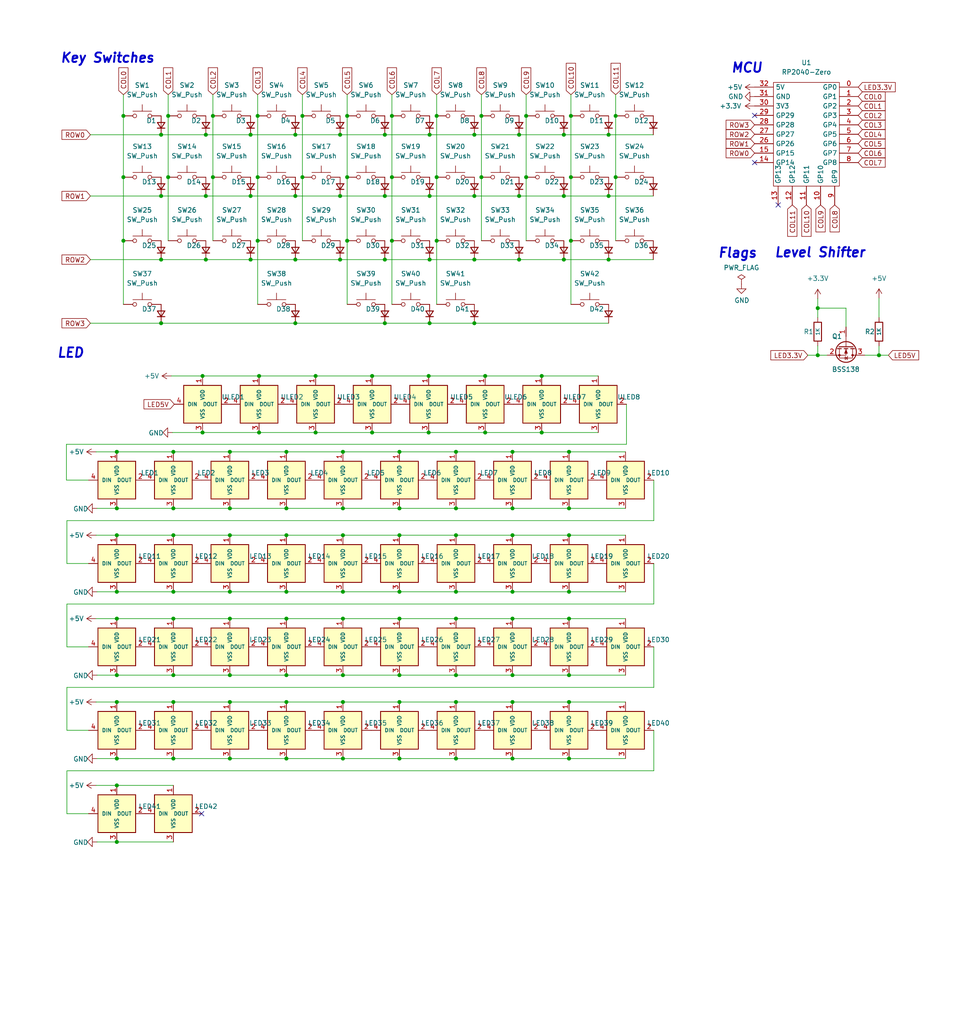
<source format=kicad_sch>
(kicad_sch (version 20230121) (generator eeschema)
  (paper "User" 260.985 275.996)
  (junction (at 43.434 52.832))
  (junction (at 146.05 101.346))
  (junction (at 67.564 52.832))
  (junction (at 122.936 181.991))
  (junction (at 92.456 166.751))
  (junction (at 69.85 101.346))
  (junction (at 115.824 69.977))
  (junction (at 115.57 116.586))
  (junction (at 122.936 189.23))
  (junction (at 138.176 159.512))
  (junction (at 103.759 52.832))
  (junction (at 138.176 144.272))
  (junction (at 77.216 166.751))
  (junction (at 61.976 144.272))
  (junction (at 138.176 189.23))
  (junction (at 92.456 189.23))
  (junction (at 141.859 47.752))
  (junction (at 105.664 64.897))
  (junction (at 115.57 101.346))
  (junction (at 77.216 181.991))
  (junction (at 127.889 36.322))
  (junction (at 79.629 36.322))
  (junction (at 130.81 116.586))
  (junction (at 31.496 166.751))
  (junction (at 31.496 144.272))
  (junction (at 165.989 47.752))
  (junction (at 122.936 204.47))
  (junction (at 92.456 137.033))
  (junction (at 46.736 137.033))
  (junction (at 33.274 31.242))
  (junction (at 92.456 204.47))
  (junction (at 46.736 189.23))
  (junction (at 61.976 204.47))
  (junction (at 93.599 47.752))
  (junction (at 46.736 121.793))
  (junction (at 54.61 101.346))
  (junction (at 152.019 52.832))
  (junction (at 61.976 189.23))
  (junction (at 77.216 159.512))
  (junction (at 43.434 36.322))
  (junction (at 115.824 87.122))
  (junction (at 153.416 121.793))
  (junction (at 122.936 159.512))
  (junction (at 31.496 226.949))
  (junction (at 153.416 137.033))
  (junction (at 46.736 144.272))
  (junction (at 122.936 137.033))
  (junction (at 57.404 31.242))
  (junction (at 153.924 47.752))
  (junction (at 127.889 69.977))
  (junction (at 91.694 52.832))
  (junction (at 152.019 69.977))
  (junction (at 122.936 166.751))
  (junction (at 153.416 144.272))
  (junction (at 107.696 189.23))
  (junction (at 43.434 87.122))
  (junction (at 220.472 83.058))
  (junction (at 139.954 52.832))
  (junction (at 79.629 69.977))
  (junction (at 91.694 69.977))
  (junction (at 55.499 69.977))
  (junction (at 153.416 204.47))
  (junction (at 69.469 31.242))
  (junction (at 138.176 204.47))
  (junction (at 165.989 31.242))
  (junction (at 77.216 137.033))
  (junction (at 92.456 144.272))
  (junction (at 61.976 121.793))
  (junction (at 77.216 121.793))
  (junction (at 127.889 52.832))
  (junction (at 115.824 52.832))
  (junction (at 85.09 116.586))
  (junction (at 138.176 137.033))
  (junction (at 138.176 121.793))
  (junction (at 164.084 69.977))
  (junction (at 107.696 166.751))
  (junction (at 107.696 144.272))
  (junction (at 77.216 204.47))
  (junction (at 93.599 64.897))
  (junction (at 31.496 189.23))
  (junction (at 164.084 36.322))
  (junction (at 103.759 36.322))
  (junction (at 117.729 31.242))
  (junction (at 107.696 181.991))
  (junction (at 105.664 31.242))
  (junction (at 93.599 31.242))
  (junction (at 54.61 116.586))
  (junction (at 61.976 181.991))
  (junction (at 31.496 181.991))
  (junction (at 117.729 64.897))
  (junction (at 152.019 36.322))
  (junction (at 77.216 144.272))
  (junction (at 46.736 166.751))
  (junction (at 45.339 31.242))
  (junction (at 61.976 166.751))
  (junction (at 105.664 47.752))
  (junction (at 92.456 181.991))
  (junction (at 153.924 31.242))
  (junction (at 61.976 159.512))
  (junction (at 79.629 87.122))
  (junction (at 33.274 47.752))
  (junction (at 130.81 101.346))
  (junction (at 46.736 181.991))
  (junction (at 31.496 159.512))
  (junction (at 107.696 159.512))
  (junction (at 31.496 204.47))
  (junction (at 57.404 47.752))
  (junction (at 85.09 101.346))
  (junction (at 69.469 64.897))
  (junction (at 138.176 181.991))
  (junction (at 43.434 69.977))
  (junction (at 55.499 52.832))
  (junction (at 141.859 31.242))
  (junction (at 115.824 36.322))
  (junction (at 107.696 121.793))
  (junction (at 153.416 159.512))
  (junction (at 92.456 121.793))
  (junction (at 100.33 101.346))
  (junction (at 220.472 95.758))
  (junction (at 103.759 87.122))
  (junction (at 103.759 69.977))
  (junction (at 31.496 121.793))
  (junction (at 69.85 116.586))
  (junction (at 153.416 166.751))
  (junction (at 153.416 189.23))
  (junction (at 146.05 116.586))
  (junction (at 139.954 36.322))
  (junction (at 91.694 36.322))
  (junction (at 67.564 69.977))
  (junction (at 153.416 181.991))
  (junction (at 107.696 137.033))
  (junction (at 55.499 36.322))
  (junction (at 139.954 69.977))
  (junction (at 138.176 166.751))
  (junction (at 79.629 52.832))
  (junction (at 100.33 116.586))
  (junction (at 92.456 159.512))
  (junction (at 236.982 95.758))
  (junction (at 127.889 87.122))
  (junction (at 33.274 64.897))
  (junction (at 69.469 47.752))
  (junction (at 46.736 159.512))
  (junction (at 45.339 47.752))
  (junction (at 107.696 204.47))
  (junction (at 164.084 52.832))
  (junction (at 61.976 137.033))
  (junction (at 31.496 211.709))
  (junction (at 77.216 189.23))
  (junction (at 122.936 144.272))
  (junction (at 122.936 121.793))
  (junction (at 153.924 64.897))
  (junction (at 81.534 31.242))
  (junction (at 46.736 204.47))
  (junction (at 81.534 47.752))
  (junction (at 31.496 137.033))
  (junction (at 129.794 31.242))
  (junction (at 67.564 36.322))
  (junction (at 117.729 47.752))
  (junction (at 129.794 47.752))
  (no_connect (at 54.356 219.329))
  (no_connect (at 203.454 43.815))
  (no_connect (at 203.454 31.115))
  (no_connect (at 209.804 55.245))
  (wire (pts (xy 129.794 47.752) (xy 129.794 64.897)))
  (wire (pts (xy 153.416 121.793) (xy 168.656 121.793)))
  (wire (pts (xy 141.859 31.242) (xy 141.859 47.752)))
  (wire (pts (xy 43.434 36.322) (xy 55.499 36.322)))
  (wire (pts (xy 31.496 144.272) (xy 46.736 144.272)))
  (wire (pts (xy 31.496 181.991) (xy 46.736 181.991)))
  (wire (pts (xy 220.472 95.758) (xy 223.012 95.758)))
  (wire (pts (xy 228.092 83.058) (xy 228.092 88.138)))
  (wire (pts (xy 153.416 189.23) (xy 168.656 189.23)))
  (wire (pts (xy 92.456 166.751) (xy 107.696 166.751)))
  (wire (pts (xy 105.664 47.752) (xy 105.664 64.897)))
  (wire (pts (xy 55.499 52.832) (xy 67.564 52.832)))
  (wire (pts (xy 153.416 181.991) (xy 168.656 181.991)))
  (wire (pts (xy 153.416 159.512) (xy 168.656 159.512)))
  (wire (pts (xy 46.228 101.346) (xy 54.61 101.346)))
  (wire (pts (xy 107.696 181.991) (xy 122.936 181.991)))
  (wire (pts (xy 93.599 25.527) (xy 93.599 31.242)))
  (wire (pts (xy 79.629 87.122) (xy 103.759 87.122)))
  (wire (pts (xy 57.404 25.527) (xy 57.404 31.242)))
  (wire (pts (xy 176.276 174.371) (xy 176.276 185.293)))
  (wire (pts (xy 139.954 52.832) (xy 152.019 52.832)))
  (wire (pts (xy 18.034 174.371) (xy 23.876 174.371)))
  (wire (pts (xy 31.496 159.512) (xy 46.736 159.512)))
  (wire (pts (xy 26.162 181.991) (xy 31.496 181.991)))
  (wire (pts (xy 46.736 144.272) (xy 61.976 144.272)))
  (wire (pts (xy 92.456 144.272) (xy 107.696 144.272)))
  (wire (pts (xy 115.824 87.122) (xy 127.889 87.122)))
  (wire (pts (xy 107.696 159.512) (xy 122.936 159.512)))
  (wire (pts (xy 24.384 52.832) (xy 43.434 52.832)))
  (wire (pts (xy 85.09 116.586) (xy 100.33 116.586)))
  (wire (pts (xy 46.482 116.586) (xy 54.61 116.586)))
  (wire (pts (xy 67.564 36.322) (xy 79.629 36.322)))
  (wire (pts (xy 122.936 204.47) (xy 138.176 204.47)))
  (wire (pts (xy 107.696 144.272) (xy 122.936 144.272)))
  (wire (pts (xy 130.81 116.586) (xy 146.05 116.586)))
  (wire (pts (xy 55.499 36.322) (xy 67.564 36.322)))
  (wire (pts (xy 24.384 87.122) (xy 43.434 87.122)))
  (wire (pts (xy 18.034 196.85) (xy 23.876 196.85)))
  (wire (pts (xy 107.696 166.751) (xy 122.936 166.751)))
  (wire (pts (xy 117.729 47.752) (xy 117.729 64.897)))
  (wire (pts (xy 33.274 47.752) (xy 33.274 64.897)))
  (wire (pts (xy 69.85 116.586) (xy 85.09 116.586)))
  (wire (pts (xy 115.824 36.322) (xy 127.889 36.322)))
  (wire (pts (xy 100.33 101.346) (xy 115.57 101.346)))
  (wire (pts (xy 122.936 166.751) (xy 138.176 166.751)))
  (wire (pts (xy 25.908 211.709) (xy 31.496 211.709)))
  (wire (pts (xy 26.162 204.47) (xy 31.496 204.47)))
  (wire (pts (xy 46.736 166.751) (xy 61.976 166.751)))
  (wire (pts (xy 220.472 93.218) (xy 220.472 95.758)))
  (wire (pts (xy 176.276 162.814) (xy 18.034 162.814)))
  (wire (pts (xy 31.496 166.751) (xy 46.736 166.751)))
  (wire (pts (xy 17.907 119.761) (xy 17.907 129.413)))
  (wire (pts (xy 176.276 196.85) (xy 176.276 207.772)))
  (wire (pts (xy 79.629 52.832) (xy 91.694 52.832)))
  (wire (pts (xy 31.496 204.47) (xy 46.736 204.47)))
  (wire (pts (xy 77.216 189.23) (xy 92.456 189.23)))
  (wire (pts (xy 103.759 36.322) (xy 115.824 36.322)))
  (wire (pts (xy 69.469 47.752) (xy 69.469 64.897)))
  (wire (pts (xy 81.534 31.242) (xy 81.534 47.752)))
  (wire (pts (xy 18.034 219.329) (xy 23.876 219.329)))
  (wire (pts (xy 176.276 140.335) (xy 18.034 140.335)))
  (wire (pts (xy 18.034 140.335) (xy 18.034 151.892)))
  (wire (pts (xy 77.216 204.47) (xy 92.456 204.47)))
  (wire (pts (xy 46.736 159.512) (xy 61.976 159.512)))
  (wire (pts (xy 127.889 52.832) (xy 139.954 52.832)))
  (wire (pts (xy 91.694 69.977) (xy 103.759 69.977)))
  (wire (pts (xy 18.034 196.85) (xy 18.034 185.293)))
  (wire (pts (xy 127.889 87.122) (xy 164.084 87.122)))
  (wire (pts (xy 130.81 101.346) (xy 146.05 101.346)))
  (wire (pts (xy 77.216 121.793) (xy 92.456 121.793)))
  (wire (pts (xy 91.694 52.832) (xy 103.759 52.832)))
  (wire (pts (xy 115.824 52.832) (xy 127.889 52.832)))
  (wire (pts (xy 18.034 174.371) (xy 18.034 162.814)))
  (wire (pts (xy 31.496 189.23) (xy 46.736 189.23)))
  (wire (pts (xy 122.936 181.991) (xy 138.176 181.991)))
  (wire (pts (xy 127.889 69.977) (xy 139.954 69.977)))
  (wire (pts (xy 67.564 69.977) (xy 79.629 69.977)))
  (wire (pts (xy 176.276 185.293) (xy 18.034 185.293)))
  (wire (pts (xy 139.954 36.322) (xy 152.019 36.322)))
  (wire (pts (xy 61.976 159.512) (xy 77.216 159.512)))
  (wire (pts (xy 141.859 25.527) (xy 141.859 31.242)))
  (wire (pts (xy 77.216 137.033) (xy 92.456 137.033)))
  (wire (pts (xy 233.172 95.758) (xy 236.982 95.758)))
  (wire (pts (xy 152.019 69.977) (xy 164.084 69.977)))
  (wire (pts (xy 153.924 25.527) (xy 153.924 31.242)))
  (wire (pts (xy 69.85 101.346) (xy 85.09 101.346)))
  (wire (pts (xy 77.216 166.751) (xy 92.456 166.751)))
  (wire (pts (xy 61.976 121.793) (xy 77.216 121.793)))
  (wire (pts (xy 61.976 137.033) (xy 77.216 137.033)))
  (wire (pts (xy 61.976 144.272) (xy 77.216 144.272)))
  (wire (pts (xy 176.276 129.413) (xy 176.276 140.335)))
  (wire (pts (xy 122.936 189.23) (xy 138.176 189.23)))
  (wire (pts (xy 105.664 64.897) (xy 105.664 82.042)))
  (wire (pts (xy 164.084 69.977) (xy 176.149 69.977)))
  (wire (pts (xy 33.274 25.527) (xy 33.274 31.242)))
  (wire (pts (xy 165.989 31.242) (xy 165.989 47.752)))
  (wire (pts (xy 138.176 121.793) (xy 153.416 121.793)))
  (wire (pts (xy 43.434 69.977) (xy 55.499 69.977)))
  (wire (pts (xy 91.694 36.322) (xy 103.759 36.322)))
  (wire (pts (xy 46.736 181.991) (xy 61.976 181.991)))
  (wire (pts (xy 176.276 207.772) (xy 18.034 207.772)))
  (wire (pts (xy 115.57 101.346) (xy 130.81 101.346)))
  (wire (pts (xy 43.434 52.832) (xy 55.499 52.832)))
  (wire (pts (xy 93.599 47.752) (xy 93.599 64.897)))
  (wire (pts (xy 33.274 31.242) (xy 33.274 47.752)))
  (wire (pts (xy 141.859 47.752) (xy 141.859 64.897)))
  (wire (pts (xy 92.456 159.512) (xy 107.696 159.512)))
  (wire (pts (xy 122.936 144.272) (xy 138.176 144.272)))
  (wire (pts (xy 176.276 151.892) (xy 176.276 162.814)))
  (wire (pts (xy 236.982 95.758) (xy 239.522 95.758)))
  (wire (pts (xy 122.936 137.033) (xy 138.176 137.033)))
  (wire (pts (xy 129.794 31.242) (xy 129.794 47.752)))
  (wire (pts (xy 138.176 137.033) (xy 153.416 137.033)))
  (wire (pts (xy 220.472 83.058) (xy 228.092 83.058)))
  (wire (pts (xy 153.416 137.033) (xy 168.656 137.033)))
  (wire (pts (xy 43.434 87.122) (xy 79.629 87.122)))
  (wire (pts (xy 127.889 36.322) (xy 139.954 36.322)))
  (wire (pts (xy 138.176 159.512) (xy 153.416 159.512)))
  (wire (pts (xy 61.976 166.751) (xy 77.216 166.751)))
  (wire (pts (xy 139.954 69.977) (xy 152.019 69.977)))
  (wire (pts (xy 100.33 116.586) (xy 115.57 116.586)))
  (wire (pts (xy 67.564 52.832) (xy 79.629 52.832)))
  (wire (pts (xy 31.496 211.709) (xy 46.736 211.709)))
  (wire (pts (xy 46.736 204.47) (xy 61.976 204.47)))
  (wire (pts (xy 18.034 219.329) (xy 18.034 207.772)))
  (wire (pts (xy 61.976 189.23) (xy 77.216 189.23)))
  (wire (pts (xy 220.472 85.598) (xy 220.472 83.058)))
  (wire (pts (xy 107.696 121.793) (xy 122.936 121.793)))
  (wire (pts (xy 46.736 137.033) (xy 61.976 137.033)))
  (wire (pts (xy 33.274 64.897) (xy 33.274 82.042)))
  (wire (pts (xy 220.472 80.518) (xy 220.472 83.058)))
  (wire (pts (xy 69.469 25.527) (xy 69.469 31.242)))
  (wire (pts (xy 79.629 69.977) (xy 91.694 69.977)))
  (wire (pts (xy 85.09 101.346) (xy 100.33 101.346)))
  (wire (pts (xy 24.384 69.977) (xy 43.434 69.977)))
  (wire (pts (xy 24.384 36.322) (xy 43.434 36.322)))
  (wire (pts (xy 77.216 181.991) (xy 92.456 181.991)))
  (wire (pts (xy 236.982 80.391) (xy 236.982 85.598)))
  (wire (pts (xy 93.599 64.897) (xy 93.599 82.042)))
  (wire (pts (xy 107.696 204.47) (xy 122.936 204.47)))
  (wire (pts (xy 153.924 47.752) (xy 153.924 64.897)))
  (wire (pts (xy 45.339 25.527) (xy 45.339 31.242)))
  (wire (pts (xy 45.339 31.242) (xy 45.339 47.752)))
  (wire (pts (xy 117.729 64.897) (xy 117.729 82.042)))
  (wire (pts (xy 92.456 121.793) (xy 107.696 121.793)))
  (wire (pts (xy 69.469 31.242) (xy 69.469 47.752)))
  (wire (pts (xy 103.759 87.122) (xy 115.824 87.122)))
  (wire (pts (xy 138.176 189.23) (xy 153.416 189.23)))
  (wire (pts (xy 69.469 64.897) (xy 69.469 82.042)))
  (wire (pts (xy 45.339 47.752) (xy 45.339 64.897)))
  (wire (pts (xy 117.729 31.242) (xy 117.729 47.752)))
  (wire (pts (xy 46.736 189.23) (xy 61.976 189.23)))
  (wire (pts (xy 152.019 36.322) (xy 164.084 36.322)))
  (wire (pts (xy 26.162 137.033) (xy 31.496 137.033)))
  (wire (pts (xy 217.805 95.758) (xy 220.472 95.758)))
  (wire (pts (xy 81.534 25.527) (xy 81.534 31.242)))
  (wire (pts (xy 103.759 52.832) (xy 115.824 52.832)))
  (wire (pts (xy 153.416 166.751) (xy 168.656 166.751)))
  (wire (pts (xy 107.696 189.23) (xy 122.936 189.23)))
  (wire (pts (xy 129.794 25.527) (xy 129.794 31.242)))
  (wire (pts (xy 77.216 144.272) (xy 92.456 144.272)))
  (wire (pts (xy 122.936 159.512) (xy 138.176 159.512)))
  (wire (pts (xy 146.05 101.346) (xy 161.29 101.346)))
  (wire (pts (xy 165.989 25.527) (xy 165.989 31.242)))
  (wire (pts (xy 25.908 189.23) (xy 31.496 189.23)))
  (wire (pts (xy 61.976 181.991) (xy 77.216 181.991)))
  (wire (pts (xy 164.084 52.832) (xy 176.149 52.832)))
  (wire (pts (xy 146.05 116.586) (xy 161.29 116.586)))
  (wire (pts (xy 81.534 47.752) (xy 81.534 64.897)))
  (wire (pts (xy 57.404 47.752) (xy 57.404 64.897)))
  (wire (pts (xy 236.982 93.218) (xy 236.982 95.758)))
  (wire (pts (xy 164.084 36.322) (xy 176.149 36.322)))
  (wire (pts (xy 92.456 189.23) (xy 107.696 189.23)))
  (wire (pts (xy 168.91 108.966) (xy 168.91 119.761)))
  (wire (pts (xy 25.908 144.272) (xy 31.496 144.272)))
  (wire (pts (xy 153.416 204.47) (xy 168.656 204.47)))
  (wire (pts (xy 153.416 144.272) (xy 168.656 144.272)))
  (wire (pts (xy 26.162 159.512) (xy 31.496 159.512)))
  (wire (pts (xy 77.216 159.512) (xy 92.456 159.512)))
  (wire (pts (xy 93.599 31.242) (xy 93.599 47.752)))
  (wire (pts (xy 79.629 36.322) (xy 91.694 36.322)))
  (wire (pts (xy 122.936 121.793) (xy 138.176 121.793)))
  (wire (pts (xy 55.499 69.977) (xy 67.564 69.977)))
  (wire (pts (xy 54.61 101.346) (xy 69.85 101.346)))
  (wire (pts (xy 25.908 121.793) (xy 31.496 121.793)))
  (wire (pts (xy 153.924 64.897) (xy 153.924 82.042)))
  (wire (pts (xy 31.496 226.949) (xy 46.736 226.949)))
  (wire (pts (xy 107.696 137.033) (xy 122.936 137.033)))
  (wire (pts (xy 92.456 137.033) (xy 107.696 137.033)))
  (wire (pts (xy 17.907 119.761) (xy 168.91 119.761)))
  (wire (pts (xy 57.404 31.242) (xy 57.404 47.752)))
  (wire (pts (xy 117.729 25.527) (xy 117.729 31.242)))
  (wire (pts (xy 25.908 166.751) (xy 31.496 166.751)))
  (wire (pts (xy 138.176 166.751) (xy 153.416 166.751)))
  (wire (pts (xy 61.976 204.47) (xy 77.216 204.47)))
  (wire (pts (xy 138.176 144.272) (xy 153.416 144.272)))
  (wire (pts (xy 115.57 116.586) (xy 130.81 116.586)))
  (wire (pts (xy 115.824 69.977) (xy 127.889 69.977)))
  (wire (pts (xy 31.496 121.793) (xy 46.736 121.793)))
  (wire (pts (xy 105.664 31.242) (xy 105.664 47.752)))
  (wire (pts (xy 31.496 137.033) (xy 46.736 137.033)))
  (wire (pts (xy 138.176 204.47) (xy 153.416 204.47)))
  (wire (pts (xy 92.456 181.991) (xy 107.696 181.991)))
  (wire (pts (xy 105.664 25.527) (xy 105.664 31.242)))
  (wire (pts (xy 138.176 181.991) (xy 153.416 181.991)))
  (wire (pts (xy 46.736 121.793) (xy 61.976 121.793)))
  (wire (pts (xy 153.924 31.242) (xy 153.924 47.752)))
  (wire (pts (xy 165.989 47.752) (xy 165.989 64.897)))
  (wire (pts (xy 18.034 151.892) (xy 23.876 151.892)))
  (wire (pts (xy 54.61 116.586) (xy 69.85 116.586)))
  (wire (pts (xy 92.456 204.47) (xy 107.696 204.47)))
  (wire (pts (xy 17.907 129.413) (xy 23.876 129.413)))
  (wire (pts (xy 152.019 52.832) (xy 164.084 52.832)))
  (wire (pts (xy 26.162 226.949) (xy 31.496 226.949)))
  (wire (pts (xy 103.759 69.977) (xy 115.824 69.977)))
  (text "MCU" (at 196.977 19.939 0) (effects (font (size 2.54 2.54) (thickness 0.508) bold italic) (justify left bottom)))
  (text "LED" (at 15.24 96.774 0) (effects (font (size 2.54 2.54) (thickness 0.508) bold italic) (justify left bottom)))
  (text "Flags" (at 193.421 69.85 0) (effects (font (size 2.54 2.54) (thickness 0.508) bold italic) (justify left bottom)))
  (text "Level Shifter" (at 208.661 69.723 0) (effects (font (size 2.54 2.54) (thickness 0.508) bold italic) (justify left bottom)))
  (text "Key Switches" (at 16.129 17.272 0) (effects (font (size 2.54 2.54) (thickness 0.508) bold italic) (justify left bottom)))
  (global_label "ROW0" (shape input) (at 203.454 41.275 180) (property "Intersheetrefs" "${INTERSHEET_REFS}" (effects hide)))
  (global_label "COL3" (shape input) (at 69.469 25.527 90) (property "Intersheetrefs" "${INTERSHEET_REFS}" (effects hide)))
  (global_label "COL10" (shape input) (at 153.924 25.527 90) (property "Intersheetrefs" "${INTERSHEET_REFS}" (effects hide)))
  (global_label "ROW1" (shape input) (at 24.384 52.832 180) (property "Intersheetrefs" "${INTERSHEET_REFS}" (effects hide)))
  (global_label "COL4" (shape input) (at 81.534 25.527 90) (property "Intersheetrefs" "${INTERSHEET_REFS}" (effects hide)))
  (global_label "COL5" (shape input) (at 93.599 25.527 90) (property "Intersheetrefs" "${INTERSHEET_REFS}" (effects hide)))
  (global_label "COL9" (shape input) (at 221.234 55.245 270) (property "Intersheetrefs" "${INTERSHEET_REFS}" (effects hide)))
  (global_label "COL2" (shape input) (at 57.404 25.527 90) (property "Intersheetrefs" "${INTERSHEET_REFS}" (effects hide)))
  (global_label "COL2" (shape input) (at 231.394 31.115 0) (property "Intersheetrefs" "${INTERSHEET_REFS}" (effects hide)))
  (global_label "COL10" (shape input) (at 217.424 55.245 270) (property "Intersheetrefs" "${INTERSHEET_REFS}" (effects hide)))
  (global_label "LED3.3V" (shape input) (at 217.805 95.758 180) (property "Intersheetrefs" "${INTERSHEET_REFS}" (effects hide)) (property "シート間のリファレンス" "${INTERSHEET_REFS}" (effects hide)))
  (global_label "COL5" (shape input) (at 231.394 38.735 0) (property "Intersheetrefs" "${INTERSHEET_REFS}" (effects hide)))
  (global_label "COL0" (shape input) (at 33.274 25.527 90) (property "Intersheetrefs" "${INTERSHEET_REFS}" (effects hide)))
  (global_label "COL4" (shape input) (at 231.394 36.195 0) (property "Intersheetrefs" "${INTERSHEET_REFS}" (effects hide)))
  (global_label "COL8" (shape input) (at 225.044 55.245 270) (property "Intersheetrefs" "${INTERSHEET_REFS}" (effects hide)))
  (global_label "ROW2" (shape input) (at 203.454 36.195 180) (property "Intersheetrefs" "${INTERSHEET_REFS}" (effects hide)))
  (global_label "COL11" (shape input) (at 165.989 25.527 90) (property "Intersheetrefs" "${INTERSHEET_REFS}" (effects hide)))
  (global_label "COL3" (shape input) (at 231.394 33.655 0) (property "Intersheetrefs" "${INTERSHEET_REFS}" (effects hide)))
  (global_label "COL8" (shape input) (at 129.794 25.527 90) (property "Intersheetrefs" "${INTERSHEET_REFS}" (effects hide)))
  (global_label "ROW0" (shape input) (at 24.384 36.322 180) (property "Intersheetrefs" "${INTERSHEET_REFS}" (effects hide)))
  (global_label "ROW1" (shape input) (at 203.454 38.735 180) (property "Intersheetrefs" "${INTERSHEET_REFS}" (effects hide)))
  (global_label "LED3.3V" (shape input) (at 231.394 23.495 0) (property "Intersheetrefs" "${INTERSHEET_REFS}" (effects hide)) (property "シート間のリファレンス" "${INTERSHEET_REFS}" (effects hide)))
  (global_label "LED5V" (shape input) (at 239.522 95.758 0) (property "Intersheetrefs" "${INTERSHEET_REFS}" (effects hide)) (property "シート間のリファレンス" "${INTERSHEET_REFS}" (effects hide)))
  (global_label "COL6" (shape input) (at 105.664 25.527 90) (property "Intersheetrefs" "${INTERSHEET_REFS}" (effects hide)))
  (global_label "LED5V" (shape input) (at 46.99 108.966 180) (property "Intersheetrefs" "${INTERSHEET_REFS}" (effects hide)) (property "シート間のリファレンス" "${INTERSHEET_REFS}" (effects hide)))
  (global_label "COL9" (shape input) (at 141.859 25.527 90) (property "Intersheetrefs" "${INTERSHEET_REFS}" (effects hide)))
  (global_label "COL1" (shape input) (at 231.394 28.575 0) (property "Intersheetrefs" "${INTERSHEET_REFS}" (effects hide)))
  (global_label "ROW3" (shape input) (at 203.454 33.655 180) (property "Intersheetrefs" "${INTERSHEET_REFS}" (effects hide)))
  (global_label "ROW2" (shape input) (at 24.384 69.977 180) (property "Intersheetrefs" "${INTERSHEET_REFS}" (effects hide)))
  (global_label "COL7" (shape input) (at 117.729 25.527 90) (property "Intersheetrefs" "${INTERSHEET_REFS}" (effects hide)))
  (global_label "COL6" (shape input) (at 231.394 41.275 0) (property "Intersheetrefs" "${INTERSHEET_REFS}" (effects hide)))
  (global_label "COL11" (shape input) (at 213.614 55.245 270) (property "Intersheetrefs" "${INTERSHEET_REFS}" (effects hide)))
  (global_label "COL7" (shape input) (at 231.394 43.815 0) (property "Intersheetrefs" "${INTERSHEET_REFS}" (effects hide)))
  (global_label "COL0" (shape input) (at 231.394 26.035 0) (property "Intersheetrefs" "${INTERSHEET_REFS}" (effects hide)))
  (global_label "ROW3" (shape input) (at 24.384 87.122 180) (property "Intersheetrefs" "${INTERSHEET_REFS}" (effects hide)))
  (global_label "COL1" (shape input) (at 45.339 25.527 90) (property "Intersheetrefs" "${INTERSHEET_REFS}" (effects hide)))
  (symbol (lib_id "Noraneko:SK6812MINI-E") (at 46.736 151.892 0) (unit 1)
    (property "Reference" "LED12" (at 55.626 149.9476 0))
    (property "Value" "SK6812MINI-E" (effects hide))
    (property "Footprint" "Noraneko:SK6812MINI-E" (effects hide))
  )
  (symbol (lib_id "Switch:SW_Push") (at 74.549 64.897 0) (unit 1)
    (property "Reference" "SW28" (at 74.549 56.642 0))
    (property "Value" "SW_Push" (at 74.549 59.182 0))
    (property "Footprint" "Noraneko:MX_Socket" (effects hide))
  )
  (symbol (lib_id "Switch:SW_Push") (at 74.549 82.042 0) (unit 1)
    (property "Reference" "SW38" (at 74.549 73.787 0))
    (property "Value" "SW_Push" (at 74.549 76.327 0))
    (property "Footprint" "Noraneko:MX_Socket_2.0U" (effects hide))
  )
  (symbol (lib_id "Switch:SW_Push") (at 50.419 47.752 0) (unit 1)
    (property "Reference" "SW14" (at 50.419 39.497 0))
    (property "Value" "SW_Push" (at 50.419 42.037 0))
    (property "Footprint" "Noraneko:MX_Socket" (effects hide))
  )
  (symbol (lib_id "Noraneko:SK6812MINI-E") (at 46.736 129.413 0) (unit 1)
    (property "Reference" "LED2" (at 55.626 127.4686 0))
    (property "Value" "SK6812MINI-E" (effects hide))
    (property "Footprint" "Noraneko:SK6812MINI-E" (effects hide))
  )
  (symbol (lib_id "Switch:SW_Push") (at 122.809 64.897 0) (unit 1)
    (property "Reference" "SW32" (at 122.809 56.642 0))
    (property "Value" "SW_Push" (at 122.809 59.182 0))
    (property "Footprint" "Noraneko:MX_Socket" (effects hide))
  )
  (symbol (lib_id "Noraneko:SK6812MINI-E") (at 107.696 196.85 0) (unit 1)
    (property "Reference" "LED36" (at 116.586 194.9056 0))
    (property "Value" "SK6812MINI-E" (effects hide))
    (property "Footprint" "Noraneko:SK6812MINI-E" (effects hide))
  )
  (symbol (lib_id "Device:R") (at 236.982 89.408 0) (unit 1)
    (property "Reference" "R2" (at 233.172 89.408 0) (effects (justify left)))
    (property "Value" "1K" (at 236.982 89.408 90) (effects (font (size 0.9906 0.9906))))
    (property "Footprint" "Resistor_THT:R_Axial_DIN0207_L6.3mm_D2.5mm_P7.62mm_Horizontal" (effects hide))
  )
  (symbol (lib_id "Noraneko:SK6812MINI-E") (at 77.216 129.413 0) (unit 1)
    (property "Reference" "LED4" (at 86.106 127.4686 0))
    (property "Value" "SK6812MINI-E" (effects hide))
    (property "Footprint" "Noraneko:SK6812MINI-E" (effects hide))
  )
  (symbol (lib_id "Noraneko:SK6812MINI-E") (at 122.936 151.892 0) (unit 1)
    (property "Reference" "LED17" (at 131.826 149.9476 0))
    (property "Value" "SK6812MINI-E" (effects hide))
    (property "Footprint" "Noraneko:SK6812MINI-E" (effects hide))
  )
  (symbol (lib_id "Noraneko:SK6812MINI-E") (at 92.456 196.85 0) (unit 1)
    (property "Reference" "LED35" (at 101.346 194.9056 0))
    (property "Value" "SK6812MINI-E" (effects hide))
    (property "Footprint" "Noraneko:SK6812MINI-E_cat_right" (effects hide))
  )
  (symbol (lib_id "Noraneko:SK6812MINI-E") (at 161.29 108.966 0) (unit 1)
    (property "Reference" "ULED8" (at 169.545 107.0216 0))
    (property "Value" "SK6812MINI-E" (effects hide))
    (property "Footprint" "Noraneko:WS2812B_PLCC4_5.0x5.0mm" (effects hide))
    (property "LCSC" "C2843785" (effects hide))
  )
  (symbol (lib_id "Noraneko:SK6812MINI-E") (at 168.656 196.85 0) (unit 1)
    (property "Reference" "LED40" (at 177.546 194.9056 0))
    (property "Value" "SK6812MINI-E" (effects hide))
    (property "Footprint" "Noraneko:SK6812MINI-E" (effects hide))
  )
  (symbol (lib_id "Transistor_FET:BSS138") (at 228.092 93.218 270) (unit 1)
    (property "Reference" "Q1" (at 224.282 90.678 90) (effects (justify left)))
    (property "Value" "BSS138" (at 224.282 99.568 90) (effects (justify left)))
    (property "Footprint" "Package_TO_SOT_SMD:SOT-23" (effects hide))
    (property "Datasheet" "https://www.onsemi.com/pub/Collateral/BSS138-D.PDF" (effects hide))
    (property "LCSC" "C2874697" (effects hide))
  )
  (symbol (lib_id "Switch:SW_Push") (at 171.069 31.242 0) (unit 1)
    (property "Reference" "SW12" (at 171.069 22.987 0))
    (property "Value" "SW_Push" (at 171.069 25.527 0))
    (property "Footprint" "Noraneko:MX_Socket" (effects hide))
  )
  (symbol (lib_id "power:GND") (at 26.162 137.033 270) (unit 1)
    (property "Reference" "#PWR010" (effects hide))
    (property "Value" "GND" (at 21.7678 137.16 90))
  )
  (symbol (lib_id "Switch:SW_Push") (at 50.419 64.897 0) (unit 1)
    (property "Reference" "SW26" (at 50.419 56.642 0))
    (property "Value" "SW_Push" (at 50.419 59.182 0))
    (property "Footprint" "Noraneko:MX_Socket" (effects hide))
  )
  (symbol (lib_id "Noraneko:SK6812MINI-E") (at 92.456 174.371 0) (unit 1)
    (property "Reference" "LED25" (at 101.346 172.4266 0))
    (property "Value" "SK6812MINI-E" (effects hide))
    (property "Footprint" "Noraneko:SK6812MINI-E" (effects hide))
  )
  (symbol (lib_id "Switch:SW_Push") (at 38.354 47.752 0) (unit 1)
    (property "Reference" "SW13" (at 38.354 39.497 0))
    (property "Value" "SW_Push" (at 38.354 42.037 0))
    (property "Footprint" "Noraneko:MX_Socket_1.25U" (effects hide))
  )
  (symbol (lib_id "Noraneko:SK6812MINI-E") (at 77.216 196.85 0) (unit 1)
    (property "Reference" "LED34" (at 86.106 194.9056 0))
    (property "Value" "SK6812MINI-E" (effects hide))
    (property "Footprint" "Noraneko:SK6812MINI-E" (effects hide))
  )
  (symbol (lib_id "Device:D_Small") (at 176.149 33.782 90) (unit 1)
    (property "Reference" "D12" (at 174.879 32.512 90) (effects (justify left)))
    (property "Value" "D" (effects hide))
    (property "Footprint" "Noraneko:1N4148W" (effects hide))
    (property "LCSC" "C81598" (effects hide))
    (property "Sim.Device" "D" (effects hide))
    (property "Sim.Pins" "1=K 2=A" (effects hide))
  )
  (symbol (lib_id "Device:D_Small") (at 164.084 67.437 90) (unit 1)
    (property "Reference" "D35" (at 162.814 66.167 90) (effects (justify left)))
    (property "Value" "D" (effects hide))
    (property "Footprint" "Noraneko:1N4148W" (effects hide))
    (property "LCSC" "C81598" (effects hide))
    (property "Sim.Device" "D" (effects hide))
    (property "Sim.Pins" "1=K 2=A" (effects hide))
  )
  (symbol (lib_id "Noraneko:SK6812MINI-E") (at 61.976 196.85 0) (unit 1)
    (property "Reference" "LED33" (at 70.231 194.9056 0))
    (property "Value" "SK6812MINI-E" (effects hide))
    (property "Footprint" "Noraneko:SK6812MINI-E" (effects hide))
  )
  (symbol (lib_id "Switch:SW_Push") (at 134.874 31.242 0) (unit 1)
    (property "Reference" "SW9" (at 134.874 22.987 0))
    (property "Value" "SW_Push" (at 134.874 25.527 0))
    (property "Footprint" "Noraneko:MX_Socket" (effects hide))
  )
  (symbol (lib_id "Device:D_Small") (at 152.019 33.782 90) (unit 1)
    (property "Reference" "D10" (at 150.749 32.512 90) (effects (justify left)))
    (property "Value" "D" (effects hide))
    (property "Footprint" "Noraneko:1N4148W" (effects hide))
    (property "LCSC" "C81598" (effects hide))
    (property "Sim.Device" "D" (effects hide))
    (property "Sim.Pins" "1=K 2=A" (effects hide))
  )
  (symbol (lib_id "power:GND") (at 26.162 181.991 270) (unit 1)
    (property "Reference" "#PWR014" (effects hide))
    (property "Value" "GND" (at 21.7678 182.118 90))
  )
  (symbol (lib_id "Device:D_Small") (at 176.149 50.292 90) (unit 1)
    (property "Reference" "D24" (at 174.879 49.022 90) (effects (justify left)))
    (property "Value" "D" (effects hide))
    (property "Footprint" "Noraneko:1N4148W" (effects hide))
    (property "LCSC" "C81598" (effects hide))
    (property "Sim.Device" "D" (effects hide))
    (property "Sim.Pins" "1=K 2=A" (effects hide))
  )
  (symbol (lib_id "Noraneko:SK6812MINI-E") (at 92.456 129.413 0) (unit 1)
    (property "Reference" "LED5" (at 101.346 127.4686 0))
    (property "Value" "SK6812MINI-E" (effects hide))
    (property "Footprint" "Noraneko:SK6812MINI-E" (effects hide))
  )
  (symbol (lib_id "Switch:SW_Push") (at 86.614 47.752 0) (unit 1)
    (property "Reference" "SW17" (at 86.614 39.497 0))
    (property "Value" "SW_Push" (at 86.614 42.037 0))
    (property "Footprint" "Noraneko:MX_Socket" (effects hide))
  )
  (symbol (lib_id "Noraneko:SK6812MINI-E") (at 46.736 196.85 0) (unit 1)
    (property "Reference" "LED32" (at 55.626 194.9056 0))
    (property "Value" "SK6812MINI-E" (effects hide))
    (property "Footprint" "Noraneko:SK6812MINI-E" (effects hide))
  )
  (symbol (lib_id "power:+5V") (at 46.228 101.346 90) (unit 1)
    (property "Reference" "#PWR07" (effects hide))
    (property "Value" "+5V" (at 40.894 101.346 90))
  )
  (symbol (lib_id "Device:D_Small") (at 43.434 50.292 90) (unit 1)
    (property "Reference" "D13" (at 42.164 49.022 90) (effects (justify left)))
    (property "Value" "D" (effects hide))
    (property "Footprint" "Noraneko:1N4148W" (effects hide))
    (property "LCSC" "C81598" (effects hide))
    (property "Sim.Device" "D" (effects hide))
    (property "Sim.Pins" "1=K 2=A" (effects hide))
  )
  (symbol (lib_id "Noraneko:SK6812MINI-E") (at 153.416 151.892 0) (unit 1)
    (property "Reference" "LED19" (at 162.306 149.9476 0))
    (property "Value" "SK6812MINI-E" (effects hide))
    (property "Footprint" "Noraneko:SK6812MINI-E" (effects hide))
  )
  (symbol (lib_id "power:PWR_FLAG") (at 199.898 76.581 0) (unit 1)
    (property "Reference" "#FLG01" (effects hide))
    (property "Value" "PWR_FLAG" (at 199.898 72.1614 0))
  )
  (symbol (lib_id "Device:D_Small") (at 67.564 67.437 90) (unit 1)
    (property "Reference" "D27" (at 66.294 66.167 90) (effects (justify left)))
    (property "Value" "D" (effects hide))
    (property "Footprint" "Noraneko:1N4148W" (effects hide))
    (property "LCSC" "C81598" (effects hide))
    (property "Sim.Device" "D" (effects hide))
    (property "Sim.Pins" "1=K 2=A" (effects hide))
  )
  (symbol (lib_id "Noraneko:SK6812MINI-E") (at 153.416 196.85 0) (unit 1)
    (property "Reference" "LED39" (at 162.306 194.9056 0))
    (property "Value" "SK6812MINI-E" (effects hide))
    (property "Footprint" "Noraneko:SK6812MINI-E" (effects hide))
  )
  (symbol (lib_id "Noraneko:SK6812MINI-E") (at 138.176 129.413 0) (unit 1)
    (property "Reference" "LED8" (at 146.431 127.4686 0))
    (property "Value" "SK6812MINI-E" (effects hide))
    (property "Footprint" "Noraneko:SK6812MINI-E" (effects hide))
  )
  (symbol (lib_id "Switch:SW_Push") (at 86.614 64.897 0) (unit 1)
    (property "Reference" "SW29" (at 86.614 56.642 0))
    (property "Value" "SW_Push" (at 86.614 59.182 0))
    (property "Footprint" "Noraneko:MX_Socket" (effects hide))
  )
  (symbol (lib_id "Noraneko:SK6812MINI-E") (at 46.736 174.371 0) (unit 1)
    (property "Reference" "LED22" (at 55.626 172.4266 0))
    (property "Value" "SK6812MINI-E" (effects hide))
    (property "Footprint" "Noraneko:SK6812MINI-E" (effects hide))
  )
  (symbol (lib_id "Noraneko:SK6812MINI-E") (at 122.936 174.371 0) (unit 1)
    (property "Reference" "LED27" (at 131.826 172.4266 0))
    (property "Value" "SK6812MINI-E" (effects hide))
    (property "Footprint" "Noraneko:SK6812MINI-E" (effects hide))
  )
  (symbol (lib_id "Switch:SW_Push") (at 146.939 64.897 0) (unit 1)
    (property "Reference" "SW34" (at 146.939 56.642 0))
    (property "Value" "SW_Push" (at 146.939 59.182 0))
    (property "Footprint" "Noraneko:MX_Socket" (effects hide))
  )
  (symbol (lib_id "Switch:SW_Push") (at 110.744 64.897 0) (unit 1)
    (property "Reference" "SW31" (at 110.744 56.642 0))
    (property "Value" "SW_Push" (at 110.744 59.182 0))
    (property "Footprint" "Noraneko:MX_Socket" (effects hide))
  )
  (symbol (lib_id "power:GND") (at 26.162 159.512 270) (unit 1)
    (property "Reference" "#PWR012" (effects hide))
    (property "Value" "GND" (at 21.7678 159.639 90))
  )
  (symbol (lib_id "Noraneko:SK6812MINI-E") (at 77.216 174.371 0) (unit 1)
    (property "Reference" "LED24" (at 86.106 172.4266 0))
    (property "Value" "SK6812MINI-E" (effects hide))
    (property "Footprint" "Noraneko:SK6812MINI-E" (effects hide))
  )
  (symbol (lib_id "Noraneko:SK6812MINI-E") (at 107.696 129.413 0) (unit 1)
    (property "Reference" "LED6" (at 116.586 127.4686 0))
    (property "Value" "SK6812MINI-E" (effects hide))
    (property "Footprint" "Noraneko:SK6812MINI-E" (effects hide))
  )
  (symbol (lib_id "Switch:SW_Push") (at 122.809 82.042 0) (unit 1)
    (property "Reference" "SW41" (at 122.809 73.787 0))
    (property "Value" "SW_Push" (at 122.809 76.327 0))
    (property "Footprint" "Noraneko:MX_Socket_2.0U" (effects hide))
  )
  (symbol (lib_id "Switch:SW_Push") (at 74.549 47.752 0) (unit 1)
    (property "Reference" "SW16" (at 74.549 39.497 0))
    (property "Value" "SW_Push" (at 74.549 42.037 0))
    (property "Footprint" "Noraneko:MX_Socket" (effects hide))
  )
  (symbol (lib_id "Noraneko:SK6812MINI-E") (at 107.696 174.371 0) (unit 1)
    (property "Reference" "LED26" (at 116.586 172.4266 0))
    (property "Value" "SK6812MINI-E" (effects hide))
    (property "Footprint" "Noraneko:SK6812MINI-E" (effects hide))
  )
  (symbol (lib_id "Device:D_Small") (at 67.564 33.782 90) (unit 1)
    (property "Reference" "D3" (at 66.294 32.512 90) (effects (justify left)))
    (property "Value" "D" (effects hide))
    (property "Footprint" "Noraneko:1N4148W" (effects hide))
    (property "LCSC" "C81598" (effects hide))
    (property "Sim.Device" "D" (effects hide))
    (property "Sim.Pins" "1=K 2=A" (effects hide))
  )
  (symbol (lib_id "Noraneko:SK6812MINI-E") (at 107.696 151.892 0) (unit 1)
    (property "Reference" "LED16" (at 116.586 149.9476 0))
    (property "Value" "SK6812MINI-E" (effects hide))
    (property "Footprint" "Noraneko:SK6812MINI-E" (effects hide))
  )
  (symbol (lib_id "Device:D_Small") (at 79.629 84.582 90) (unit 1)
    (property "Reference" "D38" (at 78.359 83.312 90) (effects (justify left)))
    (property "Value" "D" (effects hide))
    (property "Footprint" "Noraneko:1N4148W" (effects hide))
    (property "LCSC" "C81598" (effects hide))
    (property "Sim.Device" "D" (effects hide))
    (property "Sim.Pins" "1=K 2=A" (effects hide))
  )
  (symbol (lib_id "Switch:SW_Push") (at 62.484 64.897 0) (unit 1)
    (property "Reference" "SW27" (at 62.484 56.642 0))
    (property "Value" "SW_Push" (at 62.484 59.182 0))
    (property "Footprint" "Noraneko:MX_Socket" (effects hide))
  )
  (symbol (lib_id "Switch:SW_Push") (at 134.874 47.752 0) (unit 1)
    (property "Reference" "SW21" (at 134.874 39.497 0))
    (property "Value" "SW_Push" (at 134.874 42.037 0))
    (property "Footprint" "Noraneko:MX_Socket" (effects hide))
  )
  (symbol (lib_id "Device:D_Small") (at 127.889 84.582 90) (unit 1)
    (property "Reference" "D41" (at 126.619 83.312 90) (effects (justify left)))
    (property "Value" "D" (effects hide))
    (property "Footprint" "Noraneko:1N4148W" (effects hide))
    (property "LCSC" "C81598" (effects hide))
    (property "Sim.Device" "D" (effects hide))
    (property "Sim.Pins" "1=K 2=A" (effects hide))
  )
  (symbol (lib_id "Noraneko:SK6812MINI-E") (at 54.61 108.966 0) (unit 1)
    (property "Reference" "ULED1" (at 62.865 107.0216 0))
    (property "Value" "SK6812MINI-E" (effects hide))
    (property "Footprint" "Noraneko:WS2812B_PLCC4_5.0x5.0mm" (effects hide))
    (property "LCSC" "C2843785" (effects hide))
  )
  (symbol (lib_id "Switch:SW_Push") (at 159.004 64.897 0) (unit 1)
    (property "Reference" "SW35" (at 159.004 56.642 0))
    (property "Value" "SW_Push" (at 159.004 59.182 0))
    (property "Footprint" "Noraneko:MX_Socket" (effects hide))
  )
  (symbol (lib_id "Switch:SW_Push") (at 98.679 31.242 0) (unit 1)
    (property "Reference" "SW6" (at 98.679 22.987 0))
    (property "Value" "SW_Push" (at 98.679 25.527 0))
    (property "Footprint" "Noraneko:MX_Socket" (effects hide))
  )
  (symbol (lib_id "power:GND") (at 26.162 226.949 270) (unit 1)
    (property "Reference" "#PWR018" (effects hide))
    (property "Value" "GND" (at 21.7678 227.076 90))
  )
  (symbol (lib_id "Noraneko:SK6812MINI-E") (at 69.85 108.966 0) (unit 1)
    (property "Reference" "ULED2" (at 78.74 107.0216 0))
    (property "Value" "SK6812MINI-E" (effects hide))
    (property "Footprint" "Noraneko:WS2812B_PLCC4_5.0x5.0mm" (effects hide))
    (property "LCSC" "C2843785" (effects hide))
  )
  (symbol (lib_id "Switch:SW_Push") (at 171.069 47.752 0) (unit 1)
    (property "Reference" "SW24" (at 171.069 39.497 0))
    (property "Value" "SW_Push" (at 171.069 42.037 0))
    (property "Footprint" "Noraneko:MX_Socket" (effects hide))
  )
  (symbol (lib_id "Switch:SW_Push") (at 62.484 31.242 0) (unit 1)
    (property "Reference" "SW3" (at 62.484 22.987 0))
    (property "Value" "SW_Push" (at 62.484 25.527 0))
    (property "Footprint" "Noraneko:MX_Socket" (effects hide))
  )
  (symbol (lib_id "power:+5V") (at 203.454 23.495 90) (unit 1)
    (property "Reference" "#PWR01" (effects hide))
    (property "Value" "+5V" (at 198.12 23.495 90))
  )
  (symbol (lib_id "Device:D_Small") (at 127.889 67.437 90) (unit 1)
    (property "Reference" "D32" (at 126.619 66.167 90) (effects (justify left)))
    (property "Value" "D" (effects hide))
    (property "Footprint" "Noraneko:1N4148W" (effects hide))
    (property "LCSC" "C81598" (effects hide))
    (property "Sim.Device" "D" (effects hide))
    (property "Sim.Pins" "1=K 2=A" (effects hide))
  )
  (symbol (lib_id "Device:D_Small") (at 139.954 33.782 90) (unit 1)
    (property "Reference" "D9" (at 138.684 32.512 90) (effects (justify left)))
    (property "Value" "D" (effects hide))
    (property "Footprint" "Noraneko:1N4148W" (effects hide))
    (property "LCSC" "C81598" (effects hide))
    (property "Sim.Device" "D" (effects hide))
    (property "Sim.Pins" "1=K 2=A" (effects hide))
  )
  (symbol (lib_id "Switch:SW_Push") (at 38.354 31.242 0) (unit 1)
    (property "Reference" "SW1" (at 38.354 22.987 0))
    (property "Value" "SW_Push" (at 38.354 25.527 0))
    (property "Footprint" "Noraneko:MX_Socket" (effects hide))
  )
  (symbol (lib_id "Noraneko:SK6812MINI-E") (at 31.496 219.329 0) (unit 1)
    (property "Reference" "LED41" (at 40.386 217.3846 0))
    (property "Value" "SK6812MINI-E" (effects hide))
    (property "Footprint" "Noraneko:SK6812MINI-E" (effects hide))
  )
  (symbol (lib_id "Device:D_Small") (at 91.694 33.782 90) (unit 1)
    (property "Reference" "D5" (at 90.424 32.512 90) (effects (justify left)))
    (property "Value" "D" (effects hide))
    (property "Footprint" "Noraneko:1N4148W" (effects hide))
    (property "LCSC" "C81598" (effects hide))
    (property "Sim.Device" "D" (effects hide))
    (property "Sim.Pins" "1=K 2=A" (effects hide))
  )
  (symbol (lib_id "Device:D_Small") (at 115.824 50.292 90) (unit 1)
    (property "Reference" "D19" (at 114.554 49.022 90) (effects (justify left)))
    (property "Value" "D" (effects hide))
    (property "Footprint" "Noraneko:1N4148W" (effects hide))
    (property "LCSC" "C81598" (effects hide))
    (property "Sim.Device" "D" (effects hide))
    (property "Sim.Pins" "1=K 2=A" (effects hide))
  )
  (symbol (lib_id "Device:D_Small") (at 91.694 50.292 90) (unit 1)
    (property "Reference" "D17" (at 90.424 49.022 90) (effects (justify left)))
    (property "Value" "D" (effects hide))
    (property "Footprint" "Noraneko:1N4148W" (effects hide))
    (property "LCSC" "C81598" (effects hide))
    (property "Sim.Device" "D" (effects hide))
    (property "Sim.Pins" "1=K 2=A" (effects hide))
  )
  (symbol (lib_id "Switch:SW_Push") (at 146.939 31.242 0) (unit 1)
    (property "Reference" "SW10" (at 146.939 22.987 0))
    (property "Value" "SW_Push" (at 146.939 25.527 0))
    (property "Footprint" "Noraneko:MX_Socket" (effects hide))
  )
  (symbol (lib_id "Noraneko:RP2040-Zero") (at 217.424 17.145 0) (unit 1)
    (property "Reference" "U1" (at 217.424 16.891 0))
    (property "Value" "RP2040-Zero" (at 217.424 19.431 0))
    (property "Footprint" "Noraneko:RP2040-Zero-SMD" (effects hide))
  )
  (symbol (lib_id "Device:D_Small") (at 43.434 33.782 90) (unit 1)
    (property "Reference" "D1" (at 42.164 32.512 90) (effects (justify left)))
    (property "Value" "D" (effects hide))
    (property "Footprint" "Noraneko:1N4148W" (effects hide))
    (property "LCSC" "C81598" (effects hide))
    (property "Sim.Device" "D" (effects hide))
    (property "Sim.Pins" "1=K 2=A" (effects hide))
  )
  (symbol (lib_id "Device:D_Small") (at 127.889 50.292 90) (unit 1)
    (property "Reference" "D20" (at 126.619 49.022 90) (effects (justify left)))
    (property "Value" "D" (effects hide))
    (property "Footprint" "Noraneko:1N4148W" (effects hide))
    (property "LCSC" "C81598" (effects hide))
    (property "Sim.Device" "D" (effects hide))
    (property "Sim.Pins" "1=K 2=A" (effects hide))
  )
  (symbol (lib_id "Noraneko:SK6812MINI-E") (at 146.05 108.966 0) (unit 1)
    (property "Reference" "ULED7" (at 154.94 107.0216 0))
    (property "Value" "SK6812MINI-E" (effects hide))
    (property "Footprint" "Noraneko:WS2812B_PLCC4_5.0x5.0mm" (effects hide))
    (property "LCSC" "C2843785" (effects hide))
  )
  (symbol (lib_id "Switch:SW_Push") (at 38.354 64.897 0) (unit 1)
    (property "Reference" "SW25" (at 38.354 56.642 0))
    (property "Value" "SW_Push" (at 38.354 59.182 0))
    (property "Footprint" "Noraneko:MX_Socket_1.75U" (effects hide))
  )
  (symbol (lib_id "Switch:SW_Push") (at 38.354 82.042 0) (unit 1)
    (property "Reference" "SW37" (at 38.354 73.787 0))
    (property "Value" "SW_Push" (at 38.354 76.327 0))
    (property "Footprint" "Noraneko:MX_Socket_1.25U" (effects hide))
  )
  (symbol (lib_id "Noraneko:SK6812MINI-E") (at 115.57 108.966 0) (unit 1)
    (property "Reference" "ULED5" (at 124.46 107.0216 0))
    (property "Value" "SK6812MINI-E" (effects hide))
    (property "Footprint" "Noraneko:WS2812B_PLCC4_5.0x5.0mm" (effects hide))
    (property "LCSC" "C2843785" (effects hide))
  )
  (symbol (lib_id "Noraneko:SK6812MINI-E") (at 31.496 129.413 0) (unit 1)
    (property "Reference" "LED1" (at 40.386 127.4686 0))
    (property "Value" "SK6812MINI-E" (effects hide))
    (property "Footprint" "Noraneko:SK6812MINI-E" (effects hide))
  )
  (symbol (lib_id "Device:R") (at 220.472 89.408 0) (unit 1)
    (property "Reference" "R1" (at 216.662 89.408 0) (effects (justify left)))
    (property "Value" "1K" (at 220.472 89.408 90) (effects (font (size 0.9906 0.9906))))
    (property "Footprint" "Resistor_THT:R_Axial_DIN0207_L6.3mm_D2.5mm_P7.62mm_Horizontal" (effects hide))
  )
  (symbol (lib_id "power:+5V") (at 25.908 189.23 90) (unit 1)
    (property "Reference" "#PWR015" (effects hide))
    (property "Value" "+5V" (at 20.574 189.23 90))
  )
  (symbol (lib_id "Device:D_Small") (at 43.434 84.582 90) (unit 1)
    (property "Reference" "D37" (at 42.164 83.312 90) (effects (justify left)))
    (property "Value" "D" (effects hide))
    (property "Footprint" "Noraneko:1N4148W" (effects hide))
    (property "LCSC" "C81598" (effects hide))
    (property "Sim.Device" "D" (effects hide))
    (property "Sim.Pins" "1=K 2=A" (effects hide))
  )
  (symbol (lib_id "power:GND") (at 26.162 204.47 270) (unit 1)
    (property "Reference" "#PWR016" (effects hide))
    (property "Value" "GND" (at 21.7678 204.597 90))
  )
  (symbol (lib_id "power:GND") (at 203.454 26.035 270) (unit 1)
    (property "Reference" "#PWR02" (effects hide))
    (property "Value" "GND" (at 198.374 26.035 90))
  )
  (symbol (lib_id "power:+5V") (at 25.908 211.709 90) (unit 1)
    (property "Reference" "#PWR017" (effects hide))
    (property "Value" "+5V" (at 20.574 211.709 90))
  )
  (symbol (lib_id "Noraneko:SK6812MINI-E") (at 153.416 129.413 0) (unit 1)
    (property "Reference" "LED9" (at 162.306 127.4686 0))
    (property "Value" "SK6812MINI-E" (effects hide))
    (property "Footprint" "Noraneko:SK6812MINI-E" (effects hide))
  )
  (symbol (lib_id "Device:D_Small") (at 103.759 33.782 90) (unit 1)
    (property "Reference" "D6" (at 102.489 32.512 90) (effects (justify left)))
    (property "Value" "D" (effects hide))
    (property "Footprint" "Noraneko:1N4148W" (effects hide))
    (property "LCSC" "C81598" (effects hide))
    (property "Sim.Device" "D" (effects hide))
    (property "Sim.Pins" "1=K 2=A" (effects hide))
  )
  (symbol (lib_id "Device:D_Small") (at 127.889 33.782 90) (unit 1)
    (property "Reference" "D8" (at 126.619 32.512 90) (effects (justify left)))
    (property "Value" "D" (effects hide))
    (property "Footprint" "Noraneko:1N4148W" (effects hide))
    (property "LCSC" "C81598" (effects hide))
    (property "Sim.Device" "D" (effects hide))
    (property "Sim.Pins" "1=K 2=A" (effects hide))
  )
  (symbol (lib_id "Noraneko:SK6812MINI-E") (at 153.416 174.371 0) (unit 1)
    (property "Reference" "LED29" (at 162.306 172.4266 0))
    (property "Value" "SK6812MINI-E" (effects hide))
    (property "Footprint" "Noraneko:SK6812MINI-E" (effects hide))
  )
  (symbol (lib_id "Device:D_Small") (at 55.499 50.292 90) (unit 1)
    (property "Reference" "D14" (at 54.229 49.022 90) (effects (justify left)))
    (property "Value" "D" (effects hide))
    (property "Footprint" "Noraneko:1N4148W" (effects hide))
    (property "LCSC" "C81598" (effects hide))
    (property "Sim.Device" "D" (effects hide))
    (property "Sim.Pins" "1=K 2=A" (effects hide))
  )
  (symbol (lib_id "Device:D_Small") (at 55.499 33.782 90) (unit 1)
    (property "Reference" "D2" (at 54.229 32.512 90) (effects (justify left)))
    (property "Value" "D" (effects hide))
    (property "Footprint" "Noraneko:1N4148W" (effects hide))
    (property "LCSC" "C81598" (effects hide))
    (property "Sim.Device" "D" (effects hide))
    (property "Sim.Pins" "1=K 2=A" (effects hide))
  )
  (symbol (lib_id "Noraneko:SK6812MINI-E") (at 168.656 129.413 0) (unit 1)
    (property "Reference" "LED10" (at 177.546 127.4686 0))
    (property "Value" "SK6812MINI-E" (effects hide))
    (property "Footprint" "Noraneko:SK6812MINI-E" (effects hide))
  )
  (symbol (lib_id "Noraneko:SK6812MINI-E") (at 168.656 174.371 0) (unit 1)
    (property "Reference" "LED30" (at 177.546 172.4266 0))
    (property "Value" "SK6812MINI-E" (effects hide))
    (property "Footprint" "Noraneko:SK6812MINI-E_cat_right" (effects hide))
  )
  (symbol (lib_id "Noraneko:SK6812MINI-E") (at 138.176 174.371 0) (unit 1)
    (property "Reference" "LED28" (at 146.431 172.4266 0))
    (property "Value" "SK6812MINI-E" (effects hide))
    (property "Footprint" "Noraneko:SK6812MINI-E" (effects hide))
  )
  (symbol (lib_id "Device:D_Small") (at 79.629 67.437 90) (unit 1)
    (property "Reference" "D28" (at 78.359 66.167 90) (effects (justify left)))
    (property "Value" "D" (effects hide))
    (property "Footprint" "Noraneko:1N4148W" (effects hide))
    (property "LCSC" "C81598" (effects hide))
    (property "Sim.Device" "D" (effects hide))
    (property "Sim.Pins" "1=K 2=A" (effects hide))
  )
  (symbol (lib_id "Device:D_Small") (at 139.954 50.292 90) (unit 1)
    (property "Reference" "D21" (at 138.684 49.022 90) (effects (justify left)))
    (property "Value" "D" (effects hide))
    (property "Footprint" "Noraneko:1N4148W" (effects hide))
    (property "LCSC" "C81598" (effects hide))
    (property "Sim.Device" "D" (effects hide))
    (property "Sim.Pins" "1=K 2=A" (effects hide))
  )
  (symbol (lib_id "Switch:SW_Push") (at 98.679 47.752 0) (unit 1)
    (property "Reference" "SW18" (at 98.679 39.497 0))
    (property "Value" "SW_Push" (at 98.679 42.037 0))
    (property "Footprint" "Noraneko:MX_Socket" (effects hide))
  )
  (symbol (lib_id "Device:D_Small") (at 67.564 50.292 90) (unit 1)
    (property "Reference" "D15" (at 66.294 49.022 90) (effects (justify left)))
    (property "Value" "D" (effects hide))
    (property "Footprint" "Noraneko:1N4148W" (effects hide))
    (property "LCSC" "C81598" (effects hide))
    (property "Sim.Device" "D" (effects hide))
    (property "Sim.Pins" "1=K 2=A" (effects hide))
  )
  (symbol (lib_id "Noraneko:SK6812MINI-E") (at 31.496 196.85 0) (unit 1)
    (property "Reference" "LED31" (at 40.386 194.9056 0))
    (property "Value" "SK6812MINI-E" (effects hide))
    (property "Footprint" "Noraneko:SK6812MINI-E" (effects hide))
  )
  (symbol (lib_id "Noraneko:SK6812MINI-E") (at 130.81 108.966 0) (unit 1)
    (property "Reference" "ULED6" (at 139.065 107.0216 0))
    (property "Value" "SK6812MINI-E" (effects hide))
    (property "Footprint" "Noraneko:WS2812B_PLCC4_5.0x5.0mm" (effects hide))
    (property "LCSC" "C2843785" (effects hide))
  )
  (symbol (lib_id "Noraneko:SK6812MINI-E") (at 138.176 151.892 0) (unit 1)
    (property "Reference" "LED18" (at 146.431 149.9476 0))
    (property "Value" "SK6812MINI-E" (effects hide))
    (property "Footprint" "Noraneko:SK6812MINI-E" (effects hide))
  )
  (symbol (lib_id "Noraneko:SK6812MINI-E") (at 61.976 129.413 0) (unit 1)
    (property "Reference" "LED3" (at 70.231 127.4686 0))
    (property "Value" "SK6812MINI-E" (effects hide))
    (property "Footprint" "Noraneko:SK6812MINI-E" (effects hide))
  )
  (symbol (lib_id "Device:D_Small") (at 43.434 67.437 90) (unit 1)
    (property "Reference" "D25" (at 42.164 66.167 90) (effects (justify left)))
    (property "Value" "D" (effects hide))
    (property "Footprint" "Noraneko:1N4148W" (effects hide))
    (property "LCSC" "C81598" (effects hide))
    (property "Sim.Device" "D" (effects hide))
    (property "Sim.Pins" "1=K 2=A" (effects hide))
  )
  (symbol (lib_id "Noraneko:SK6812MINI-E") (at 100.33 108.966 0) (unit 1)
    (property "Reference" "ULED4" (at 109.22 107.0216 0))
    (property "Value" "SK6812MINI-E" (effects hide))
    (property "Footprint" "Noraneko:WS2812B_PLCC4_5.0x5.0mm" (effects hide))
    (property "LCSC" "C2843785" (effects hide))
  )
  (symbol (lib_id "Noraneko:SK6812MINI-E") (at 31.496 151.892 0) (unit 1)
    (property "Reference" "LED11" (at 40.386 149.9476 0))
    (property "Value" "SK6812MINI-E" (effects hide))
    (property "Footprint" "Noraneko:SK6812MINI-E" (effects hide))
  )
  (symbol (lib_id "Device:D_Small") (at 79.629 33.782 90) (unit 1)
    (property "Reference" "D4" (at 78.359 32.512 90) (effects (justify left)))
    (property "Value" "D" (effects hide))
    (property "Footprint" "Noraneko:1N4148W" (effects hide))
    (property "LCSC" "C81598" (effects hide))
    (property "Sim.Device" "D" (effects hide))
    (property "Sim.Pins" "1=K 2=A" (effects hide))
  )
  (symbol (lib_id "Noraneko:SK6812MINI-E") (at 61.976 174.371 0) (unit 1)
    (property "Reference" "LED23" (at 70.231 172.4266 0))
    (property "Value" "SK6812MINI-E" (effects hide))
    (property "Footprint" "Noraneko:SK6812MINI-E" (effects hide))
  )
  (symbol (lib_id "Device:D_Small") (at 152.019 50.292 90) (unit 1)
    (property "Reference" "D22" (at 150.749 49.022 90) (effects (justify left)))
    (property "Value" "D" (effects hide))
    (property "Footprint" "Noraneko:1N4148W" (effects hide))
    (property "LCSC" "C81598" (effects hide))
    (property "Sim.Device" "D" (effects hide))
    (property "Sim.Pins" "1=K 2=A" (effects hide))
  )
  (symbol (lib_id "Switch:SW_Push") (at 74.549 31.242 0) (unit 1)
    (property "Reference" "SW4" (at 74.549 22.987 0))
    (property "Value" "SW_Push" (at 74.549 25.527 0))
    (property "Footprint" "Noraneko:MX_Socket" (effects hide))
  )
  (symbol (lib_id "Switch:SW_Push") (at 62.484 47.752 0) (unit 1)
    (property "Reference" "SW15" (at 62.484 39.497 0))
    (property "Value" "SW_Push" (at 62.484 42.037 0))
    (property "Footprint" "Noraneko:MX_Socket" (effects hide))
  )
  (symbol (lib_id "Device:D_Small") (at 164.084 50.292 90) (unit 1)
    (property "Reference" "D23" (at 162.814 49.022 90) (effects (justify left)))
    (property "Value" "D" (effects hide))
    (property "Footprint" "Noraneko:1N4148W" (effects hide))
    (property "LCSC" "C81598" (effects hide))
    (property "Sim.Device" "D" (effects hide))
    (property "Sim.Pins" "1=K 2=A" (effects hide))
  )
  (symbol (lib_id "Device:D_Small") (at 103.759 67.437 90) (unit 1)
    (property "Reference" "D30" (at 102.489 66.167 90) (effects (justify left)))
    (property "Value" "D" (effects hide))
    (property "Footprint" "Noraneko:1N4148W" (effects hide))
    (property "LCSC" "C81598" (effects hide))
    (property "Sim.Device" "D" (effects hide))
    (property "Sim.Pins" "1=K 2=A" (effects hide))
  )
  (symbol (lib_id "Noraneko:SK6812MINI-E") (at 61.976 151.892 0) (unit 1)
    (property "Reference" "LED13" (at 70.231 149.9476 0))
    (property "Value" "SK6812MINI-E" (effects hide))
    (property "Footprint" "Noraneko:SK6812MINI-E" (effects hide))
  )
  (symbol (lib_id "Noraneko:SK6812MINI-E") (at 46.736 219.329 0) (unit 1)
    (property "Reference" "LED42" (at 55.626 217.3846 0))
    (property "Value" "SK6812MINI-E" (effects hide))
    (property "Footprint" "Noraneko:SK6812MINI-E" (effects hide))
  )
  (symbol (lib_id "Switch:SW_Push") (at 171.069 64.897 0) (unit 1)
    (property "Reference" "SW36" (at 171.069 56.642 0))
    (property "Value" "SW_Push" (at 171.069 59.182 0))
    (property "Footprint" "Noraneko:MX_Socket_1.25U" (effects hide))
  )
  (symbol (lib_id "Noraneko:SK6812MINI-E") (at 31.496 174.371 0) (unit 1)
    (property "Reference" "LED21" (at 40.386 172.4266 0))
    (property "Value" "SK6812MINI-E" (effects hide))
    (property "Footprint" "Noraneko:SK6812MINI-E" (effects hide))
  )
  (symbol (lib_id "power:+5V") (at 236.982 80.391 0) (unit 1)
    (property "Reference" "#PWR05" (effects hide))
    (property "Value" "+5V" (at 236.982 75.057 0))
  )
  (symbol (lib_id "Switch:SW_Push") (at 159.004 82.042 0) (unit 1)
    (property "Reference" "SW42" (at 159.004 73.787 0))
    (property "Value" "SW_Push" (at 159.004 76.327 0))
    (property "Footprint" "Noraneko:MX_Socket_1.25U" (effects hide))
  )
  (symbol (lib_id "power:+5V") (at 25.908 166.751 90) (unit 1)
    (property "Reference" "#PWR013" (effects hide))
    (property "Value" "+5V" (at 20.574 166.751 90))
  )
  (symbol (lib_id "Switch:SW_Push") (at 146.939 47.752 0) (unit 1)
    (property "Reference" "SW22" (at 146.939 39.497 0))
    (property "Value" "SW_Push" (at 146.939 42.037 0))
    (property "Footprint" "Noraneko:MX_Socket" (effects hide))
  )
  (symbol (lib_id "Switch:SW_Push") (at 159.004 31.242 0) (unit 1)
    (property "Reference" "SW11" (at 159.004 22.987 0))
    (property "Value" "SW_Push" (at 159.004 25.527 0))
    (property "Footprint" "Noraneko:MX_Socket" (effects hide))
  )
  (symbol (lib_id "Switch:SW_Push") (at 110.744 47.752 0) (unit 1)
    (property "Reference" "SW19" (at 110.744 39.497 0))
    (property "Value" "SW_Push" (at 110.744 42.037 0))
    (property "Footprint" "Noraneko:MX_Socket" (effects hide))
  )
  (symbol (lib_id "Noraneko:SK6812MINI-E") (at 122.936 129.413 0) (unit 1)
    (property "Reference" "LED7" (at 131.826 127.4686 0))
    (property "Value" "SK6812MINI-E" (effects hide))
    (property "Footprint" "Noraneko:SK6812MINI-E" (effects hide))
  )
  (symbol (lib_id "Device:D_Small") (at 103.759 50.292 90) (unit 1)
    (property "Reference" "D18" (at 102.489 49.022 90) (effects (justify left)))
    (property "Value" "D" (effects hide))
    (property "Footprint" "Noraneko:1N4148W" (effects hide))
    (property "LCSC" "C81598" (effects hide))
    (property "Sim.Device" "D" (effects hide))
    (property "Sim.Pins" "1=K 2=A" (effects hide))
  )
  (symbol (lib_id "Device:D_Small") (at 152.019 67.437 90) (unit 1)
    (property "Reference" "D34" (at 150.749 66.167 90) (effects (justify left)))
    (property "Value" "D" (effects hide))
    (property "Footprint" "Noraneko:1N4148W" (effects hide))
    (property "LCSC" "C81598" (effects hide))
    (property "Sim.Device" "D" (effects hide))
    (property "Sim.Pins" "1=K 2=A" (effects hide))
  )
  (symbol (lib_id "power:+5V") (at 25.908 144.272 90) (unit 1)
    (property "Reference" "#PWR011" (effects hide))
    (property "Value" "+5V" (at 20.574 144.272 90))
  )
  (symbol (lib_id "Noraneko:SK6812MINI-E") (at 77.216 151.892 0) (unit 1)
    (property "Reference" "LED14" (at 86.106 149.9476 0))
    (property "Value" "SK6812MINI-E" (effects hide))
    (property "Footprint" "Noraneko:SK6812MINI-E" (effects hide))
  )
  (symbol (lib_id "Switch:SW_Push") (at 98.679 64.897 0) (unit 1)
    (property "Reference" "SW30" (at 98.679 56.642 0))
    (property "Value" "SW_Push" (at 98.679 59.182 0))
    (property "Footprint" "Noraneko:MX_Socket" (effects hide))
  )
  (symbol (lib_id "Device:D_Small") (at 139.954 67.437 90) (unit 1)
    (property "Reference" "D33" (at 138.684 66.167 90) (effects (justify left)))
    (property "Value" "D" (effects hide))
    (property "Footprint" "Noraneko:1N4148W" (effects hide))
    (property "LCSC" "C81598" (effects hide))
    (property "Sim.Device" "D" (effects hide))
    (property "Sim.Pins" "1=K 2=A" (effects hide))
  )
  (symbol (lib_id "Device:D_Small") (at 115.824 84.582 90) (unit 1)
    (property "Reference" "D40" (at 114.554 83.312 90) (effects (justify left)))
    (property "Value" "D" (effects hide))
    (property "Footprint" "Noraneko:1N4148W" (effects hide))
    (property "LCSC" "C81598" (effects hide))
    (property "Sim.Device" "D" (effects hide))
    (property "Sim.Pins" "1=K 2=A" (effects hide))
  )
  (symbol (lib_id "Noraneko:SK6812MINI-E") (at 122.936 196.85 0) (unit 1)
    (property "Reference" "LED37" (at 131.826 194.9056 0))
    (property "Value" "SK6812MINI-E" (effects hide))
    (property "Footprint" "Noraneko:SK6812MINI-E" (effects hide))
  )
  (symbol (lib_id "Device:D_Small") (at 115.824 67.437 90) (unit 1)
    (property "Reference" "D31" (at 114.554 66.167 90) (effects (justify left)))
    (property "Value" "D" (effects hide))
    (property "Footprint" "Noraneko:1N4148W" (effects hide))
    (property "LCSC" "C81598" (effects hide))
    (property "Sim.Device" "D" (effects hide))
    (property "Sim.Pins" "1=K 2=A" (effects hide))
  )
  (symbol (lib_id "power:GND") (at 199.898 76.581 0) (unit 1)
    (property "Reference" "#PWR04" (effects hide))
    (property "Value" "GND" (at 200.025 80.9752 0))
  )
  (symbol (lib_id "Device:D_Small") (at 55.499 67.437 90) (unit 1)
    (property "Reference" "D26" (at 54.229 66.167 90) (effects (justify left)))
    (property "Value" "D" (effects hide))
    (property "Footprint" "Noraneko:1N4148W" (effects hide))
    (property "LCSC" "C81598" (effects hide))
    (property "Sim.Device" "D" (effects hide))
    (property "Sim.Pins" "1=K 2=A" (effects hide))
  )
  (symbol (lib_id "Noraneko:SK6812MINI-E") (at 85.09 108.966 0) (unit 1)
    (property "Reference" "ULED3" (at 93.98 107.0216 0))
    (property "Value" "SK6812MINI-E" (effects hide))
    (property "Footprint" "Noraneko:WS2812B_PLCC4_5.0x5.0mm" (effects hide))
    (property "LCSC" "C2843785" (effects hide))
  )
  (symbol (lib_id "Switch:SW_Push") (at 86.614 31.242 0) (unit 1)
    (property "Reference" "SW5" (at 86.614 22.987 0))
    (property "Value" "SW_Push" (at 86.614 25.527 0))
    (property "Footprint" "Noraneko:MX_Socket" (effects hide))
  )
  (symbol (lib_id "power:GND") (at 46.482 116.586 270) (unit 1)
    (property "Reference" "#PWR08" (effects hide))
    (property "Value" "GND" (at 42.0878 116.713 90))
  )
  (symbol (lib_id "power:+3.3V") (at 203.454 28.575 90) (unit 1)
    (property "Reference" "#PWR03" (effects hide))
    (property "Value" "+3.3V" (at 199.898 28.5749 90) (effects (justify left)))
  )
  (symbol (lib_id "Device:D_Small") (at 164.084 84.582 90) (unit 1)
    (property "Reference" "D42" (at 162.814 83.312 90) (effects (justify left)))
    (property "Value" "D" (effects hide))
    (property "Footprint" "Noraneko:1N4148W" (effects hide))
    (property "LCSC" "C81598" (effects hide))
    (property "Sim.Device" "D" (effects hide))
    (property "Sim.Pins" "1=K 2=A" (effects hide))
  )
  (symbol (lib_id "Device:D_Small") (at 103.759 84.582 90) (unit 1)
    (property "Reference" "D39" (at 102.489 83.312 90) (effects (justify left)))
    (property "Value" "D" (effects hide))
    (property "Footprint" "Noraneko:1N4148W" (effects hide))
    (property "LCSC" "C81598" (effects hide))
    (property "Sim.Device" "D" (effects hide))
    (property "Sim.Pins" "1=K 2=A" (effects hide))
  )
  (symbol (lib_id "Device:D_Small") (at 115.824 33.782 90) (unit 1)
    (property "Reference" "D7" (at 114.554 32.512 90) (effects (justify left)))
    (property "Value" "D" (effects hide))
    (property "Footprint" "Noraneko:1N4148W" (effects hide))
    (property "LCSC" "C81598" (effects hide))
    (property "Sim.Device" "D" (effects hide))
    (property "Sim.Pins" "1=K 2=A" (effects hide))
  )
  (symbol (lib_id "Switch:SW_Push") (at 110.744 31.242 0) (unit 1)
    (property "Reference" "SW7" (at 110.744 22.987 0))
    (property "Value" "SW_Push" (at 110.744 25.527 0))
    (property "Footprint" "Noraneko:MX_Socket" (effects hide))
  )
  (symbol (lib_id "Switch:SW_Push") (at 134.874 64.897 0) (unit 1)
    (property "Reference" "SW33" (at 134.874 56.642 0))
    (property "Value" "SW_Push" (at 134.874 59.182 0))
    (property "Footprint" "Noraneko:MX_Socket" (effects hide))
  )
  (symbol (lib_id "Device:D_Small") (at 79.629 50.292 90) (unit 1)
    (property "Reference" "D16" (at 78.359 49.022 90) (effects (justify left)))
    (property "Value" "D" (effects hide))
    (property "Footprint" "Noraneko:1N4148W" (effects hide))
    (property "LCSC" "C81598" (effects hide))
    (property "Sim.Device" "D" (effects hide))
    (property "Sim.Pins" "1=K 2=A" (effects hide))
  )
  (symbol (lib_id "Device:D_Small") (at 164.084 33.782 90) (unit 1)
    (property "Reference" "D11" (at 162.814 32.512 90) (effects (justify left)))
    (property "Value" "D" (effects hide))
    (property "Footprint" "Noraneko:1N4148W" (effects hide))
    (property "LCSC" "C81598" (effects hide))
    (property "Sim.Device" "D" (effects hide))
    (property "Sim.Pins" "1=K 2=A" (effects hide))
  )
  (symbol (lib_id "Switch:SW_Push") (at 98.679 82.042 0) (unit 1)
    (property "Reference" "SW39" (at 98.679 73.787 0))
    (property "Value" "SW_Push" (at 98.679 76.327 0))
    (property "Footprint" "Noraneko:MX_Socket" (effects hide))
  )
  (symbol (lib_id "Switch:SW_Push") (at 110.744 82.042 0) (unit 1)
    (property "Reference" "SW40" (at 110.744 73.787 0))
    (property "Value" "SW_Push" (at 110.744 76.327 0))
    (property "Footprint" "Noraneko:MX_Socket" (effects hide))
  )
  (symbol (lib_id "Switch:SW_Push") (at 159.004 47.752 0) (unit 1)
    (property "Reference" "SW23" (at 159.004 39.497 0))
    (property "Value" "SW_Push" (at 159.004 42.037 0))
    (property "Footprint" "Noraneko:MX_Socket" (effects hide))
  )
  (symbol (lib_id "Device:D_Small") (at 176.149 67.437 90) (unit 1)
    (property "Reference" "D36" (at 174.879 66.167 90) (effects (justify left)))
    (property "Value" "D" (effects hide))
    (property "Footprint" "Noraneko:1N4148W" (effects hide))
    (property "LCSC" "C81598" (effects hide))
    (property "Sim.Device" "D" (effects hide))
    (property "Sim.Pins" "1=K 2=A" (effects hide))
  )
  (symbol (lib_id "Switch:SW_Push") (at 122.809 47.752 0) (unit 1)
    (property "Reference" "SW20" (at 122.809 39.497 0))
    (property "Value" "SW_Push" (at 122.809 42.037 0))
    (property "Footprint" "Noraneko:MX_Socket" (effects hide))
  )
  (symbol (lib_id "Noraneko:SK6812MINI-E") (at 168.656 151.892 0) (unit 1)
    (property "Reference" "LED20" (at 177.546 149.9476 0))
    (property "Value" "SK6812MINI-E" (effects hide))
    (property "Footprint" "Noraneko:SK6812MINI-E" (effects hide))
  )
  (symbol (lib_id "Switch:SW_Push") (at 122.809 31.242 0) (unit 1)
    (property "Reference" "SW8" (at 122.809 22.987 0))
    (property "Value" "SW_Push" (at 122.809 25.527 0))
    (property "Footprint" "Noraneko:MX_Socket" (effects hide))
  )
  (symbol (lib_id "Noraneko:SK6812MINI-E") (at 138.176 196.85 0) (unit 1)
    (property "Reference" "LED38" (at 146.431 194.9056 0))
    (property "Value" "SK6812MINI-E" (effects hide))
    (property "Footprint" "Noraneko:SK6812MINI-E" (effects hide))
  )
  (symbol (lib_id "Device:D_Small") (at 91.694 67.437 90) (unit 1)
    (property "Reference" "D29" (at 90.424 66.167 90) (effects (justify left)))
    (property "Value" "D" (effects hide))
    (property "Footprint" "Noraneko:1N4148W" (effects hide))
    (property "LCSC" "C81598" (effects hide))
    (property "Sim.Device" "D" (effects hide))
    (property "Sim.Pins" "1=K 2=A" (effects hide))
  )
  (symbol (lib_id "Noraneko:SK6812MINI-E") (at 92.456 151.892 0) (unit 1)
    (property "Reference" "LED15" (at 101.346 149.9476 0))
    (property "Value" "SK6812MINI-E" (effects hide))
    (property "Footprint" "Noraneko:SK6812MINI-E" (effects hide))
  )
  (symbol (lib_id "power:+5V") (at 25.908 121.793 90) (unit 1)
    (property "Reference" "#PWR09" (effects hide))
    (property "Value" "+5V" (at 20.574 121.793 90))
  )
  (symbol (lib_id "Switch:SW_Push") (at 50.419 31.242 0) (unit 1)
    (property "Reference" "SW2" (at 50.419 22.987 0))
    (property "Value" "SW_Push" (at 50.419 25.527 0))
    (property "Footprint" "Noraneko:MX_Socket" (effects hide))
  )
  (symbol (lib_id "power:+3.3V") (at 220.472 80.518 0) (unit 1)
    (property "Reference" "#PWR06" (effects hide))
    (property "Value" "+3.3V" (at 220.472 75.057 0))
  )
)
</source>
